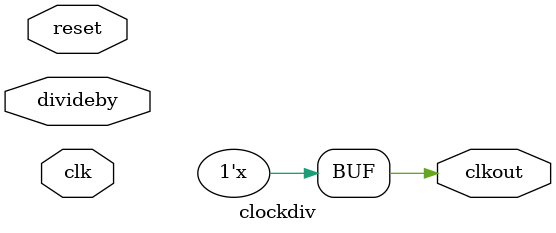
<source format=v>
module clockdiv(clk, reset, divideby, clkout);

parameter WIDTH = 16;

input clk, reset;
input [WIDTH-1 : 0] divideby;

output clkout; 
 
reg [WIDTH-1:0] count; 
reg clkout;
   
  always @* 
    if (reset)
    begin
    	count <= 0;
    	clkout <= 0;
    end

  
  always @(clk)
    if (!reset)
    begin 
      count <= count + 1;
      if (count == divideby)
      begin
          clkout = !clkout;
          count <= 1;
      end
    end
endmodule // clockdiv

</source>
